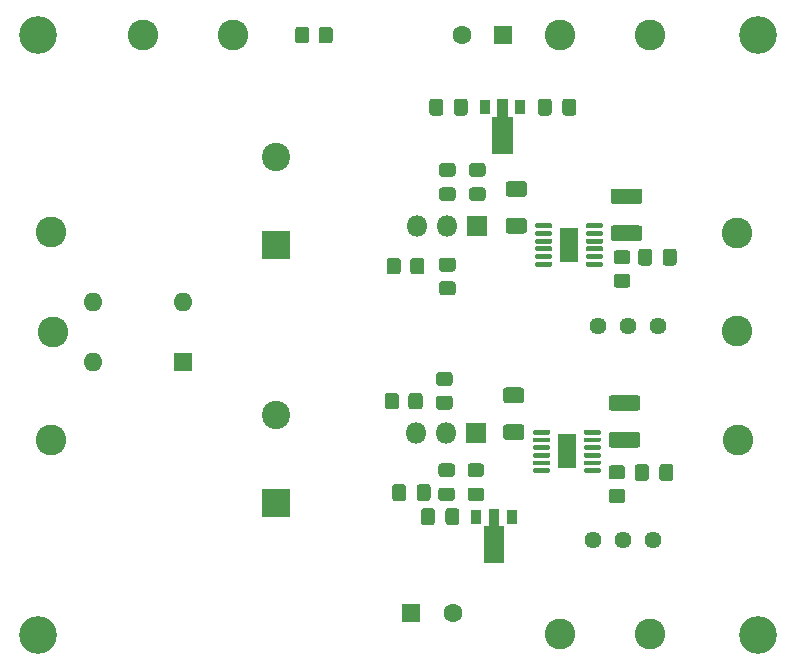
<source format=gbr>
G04 #@! TF.GenerationSoftware,KiCad,Pcbnew,(5.1.8-0-10_14)*
G04 #@! TF.CreationDate,2020-11-13T17:21:33+01:00*
G04 #@! TF.ProjectId,lv-lownoise-psu,6c762d6c-6f77-46e6-9f69-73652d707375,rev?*
G04 #@! TF.SameCoordinates,Original*
G04 #@! TF.FileFunction,Soldermask,Top*
G04 #@! TF.FilePolarity,Negative*
%FSLAX46Y46*%
G04 Gerber Fmt 4.6, Leading zero omitted, Abs format (unit mm)*
G04 Created by KiCad (PCBNEW (5.1.8-0-10_14)) date 2020-11-13 17:21:33*
%MOMM*%
%LPD*%
G01*
G04 APERTURE LIST*
%ADD10R,1.650000X2.850000*%
%ADD11C,1.600000*%
%ADD12R,1.600000X1.600000*%
%ADD13O,1.600000X1.600000*%
%ADD14C,2.400000*%
%ADD15R,2.400000X2.400000*%
%ADD16C,0.100000*%
%ADD17R,0.900000X1.300000*%
%ADD18C,2.600000*%
%ADD19C,1.440000*%
%ADD20O,1.800000X1.800000*%
%ADD21R,1.800000X1.800000*%
%ADD22C,3.200000*%
G04 APERTURE END LIST*
D10*
X129886600Y-68261900D03*
G36*
G01*
X131311600Y-66736900D02*
X131311600Y-66536900D01*
G75*
G02*
X131411600Y-66436900I100000J0D01*
G01*
X132661600Y-66436900D01*
G75*
G02*
X132761600Y-66536900I0J-100000D01*
G01*
X132761600Y-66736900D01*
G75*
G02*
X132661600Y-66836900I-100000J0D01*
G01*
X131411600Y-66836900D01*
G75*
G02*
X131311600Y-66736900I0J100000D01*
G01*
G37*
G36*
G01*
X131311600Y-67386900D02*
X131311600Y-67186900D01*
G75*
G02*
X131411600Y-67086900I100000J0D01*
G01*
X132661600Y-67086900D01*
G75*
G02*
X132761600Y-67186900I0J-100000D01*
G01*
X132761600Y-67386900D01*
G75*
G02*
X132661600Y-67486900I-100000J0D01*
G01*
X131411600Y-67486900D01*
G75*
G02*
X131311600Y-67386900I0J100000D01*
G01*
G37*
G36*
G01*
X131311600Y-68036900D02*
X131311600Y-67836900D01*
G75*
G02*
X131411600Y-67736900I100000J0D01*
G01*
X132661600Y-67736900D01*
G75*
G02*
X132761600Y-67836900I0J-100000D01*
G01*
X132761600Y-68036900D01*
G75*
G02*
X132661600Y-68136900I-100000J0D01*
G01*
X131411600Y-68136900D01*
G75*
G02*
X131311600Y-68036900I0J100000D01*
G01*
G37*
G36*
G01*
X131311600Y-68686900D02*
X131311600Y-68486900D01*
G75*
G02*
X131411600Y-68386900I100000J0D01*
G01*
X132661600Y-68386900D01*
G75*
G02*
X132761600Y-68486900I0J-100000D01*
G01*
X132761600Y-68686900D01*
G75*
G02*
X132661600Y-68786900I-100000J0D01*
G01*
X131411600Y-68786900D01*
G75*
G02*
X131311600Y-68686900I0J100000D01*
G01*
G37*
G36*
G01*
X131311600Y-69336900D02*
X131311600Y-69136900D01*
G75*
G02*
X131411600Y-69036900I100000J0D01*
G01*
X132661600Y-69036900D01*
G75*
G02*
X132761600Y-69136900I0J-100000D01*
G01*
X132761600Y-69336900D01*
G75*
G02*
X132661600Y-69436900I-100000J0D01*
G01*
X131411600Y-69436900D01*
G75*
G02*
X131311600Y-69336900I0J100000D01*
G01*
G37*
G36*
G01*
X131311600Y-69986900D02*
X131311600Y-69786900D01*
G75*
G02*
X131411600Y-69686900I100000J0D01*
G01*
X132661600Y-69686900D01*
G75*
G02*
X132761600Y-69786900I0J-100000D01*
G01*
X132761600Y-69986900D01*
G75*
G02*
X132661600Y-70086900I-100000J0D01*
G01*
X131411600Y-70086900D01*
G75*
G02*
X131311600Y-69986900I0J100000D01*
G01*
G37*
G36*
G01*
X127011600Y-69986900D02*
X127011600Y-69786900D01*
G75*
G02*
X127111600Y-69686900I100000J0D01*
G01*
X128361600Y-69686900D01*
G75*
G02*
X128461600Y-69786900I0J-100000D01*
G01*
X128461600Y-69986900D01*
G75*
G02*
X128361600Y-70086900I-100000J0D01*
G01*
X127111600Y-70086900D01*
G75*
G02*
X127011600Y-69986900I0J100000D01*
G01*
G37*
G36*
G01*
X127011600Y-69336900D02*
X127011600Y-69136900D01*
G75*
G02*
X127111600Y-69036900I100000J0D01*
G01*
X128361600Y-69036900D01*
G75*
G02*
X128461600Y-69136900I0J-100000D01*
G01*
X128461600Y-69336900D01*
G75*
G02*
X128361600Y-69436900I-100000J0D01*
G01*
X127111600Y-69436900D01*
G75*
G02*
X127011600Y-69336900I0J100000D01*
G01*
G37*
G36*
G01*
X127011600Y-68686900D02*
X127011600Y-68486900D01*
G75*
G02*
X127111600Y-68386900I100000J0D01*
G01*
X128361600Y-68386900D01*
G75*
G02*
X128461600Y-68486900I0J-100000D01*
G01*
X128461600Y-68686900D01*
G75*
G02*
X128361600Y-68786900I-100000J0D01*
G01*
X127111600Y-68786900D01*
G75*
G02*
X127011600Y-68686900I0J100000D01*
G01*
G37*
G36*
G01*
X127011600Y-68036900D02*
X127011600Y-67836900D01*
G75*
G02*
X127111600Y-67736900I100000J0D01*
G01*
X128361600Y-67736900D01*
G75*
G02*
X128461600Y-67836900I0J-100000D01*
G01*
X128461600Y-68036900D01*
G75*
G02*
X128361600Y-68136900I-100000J0D01*
G01*
X127111600Y-68136900D01*
G75*
G02*
X127011600Y-68036900I0J100000D01*
G01*
G37*
G36*
G01*
X127011600Y-67386900D02*
X127011600Y-67186900D01*
G75*
G02*
X127111600Y-67086900I100000J0D01*
G01*
X128361600Y-67086900D01*
G75*
G02*
X128461600Y-67186900I0J-100000D01*
G01*
X128461600Y-67386900D01*
G75*
G02*
X128361600Y-67486900I-100000J0D01*
G01*
X127111600Y-67486900D01*
G75*
G02*
X127011600Y-67386900I0J100000D01*
G01*
G37*
G36*
G01*
X127011600Y-66736900D02*
X127011600Y-66536900D01*
G75*
G02*
X127111600Y-66436900I100000J0D01*
G01*
X128361600Y-66436900D01*
G75*
G02*
X128461600Y-66536900I0J-100000D01*
G01*
X128461600Y-66736900D01*
G75*
G02*
X128361600Y-66836900I-100000J0D01*
G01*
X127111600Y-66836900D01*
G75*
G02*
X127011600Y-66736900I0J100000D01*
G01*
G37*
D11*
X120960000Y-33020000D03*
D12*
X124460000Y-33020000D03*
G36*
G01*
X121723999Y-71325000D02*
X122624001Y-71325000D01*
G75*
G02*
X122874000Y-71574999I0J-249999D01*
G01*
X122874000Y-72225001D01*
G75*
G02*
X122624001Y-72475000I-249999J0D01*
G01*
X121723999Y-72475000D01*
G75*
G02*
X121474000Y-72225001I0J249999D01*
G01*
X121474000Y-71574999D01*
G75*
G02*
X121723999Y-71325000I249999J0D01*
G01*
G37*
G36*
G01*
X121723999Y-69275000D02*
X122624001Y-69275000D01*
G75*
G02*
X122874000Y-69524999I0J-249999D01*
G01*
X122874000Y-70175001D01*
G75*
G02*
X122624001Y-70425000I-249999J0D01*
G01*
X121723999Y-70425000D01*
G75*
G02*
X121474000Y-70175001I0J249999D01*
G01*
X121474000Y-69524999D01*
G75*
G02*
X121723999Y-69275000I249999J0D01*
G01*
G37*
G36*
G01*
X119247499Y-71325000D02*
X120147501Y-71325000D01*
G75*
G02*
X120397500Y-71574999I0J-249999D01*
G01*
X120397500Y-72225001D01*
G75*
G02*
X120147501Y-72475000I-249999J0D01*
G01*
X119247499Y-72475000D01*
G75*
G02*
X118997500Y-72225001I0J249999D01*
G01*
X118997500Y-71574999D01*
G75*
G02*
X119247499Y-71325000I249999J0D01*
G01*
G37*
G36*
G01*
X119247499Y-69275000D02*
X120147501Y-69275000D01*
G75*
G02*
X120397500Y-69524999I0J-249999D01*
G01*
X120397500Y-70175001D01*
G75*
G02*
X120147501Y-70425000I-249999J0D01*
G01*
X119247499Y-70425000D01*
G75*
G02*
X118997500Y-70175001I0J249999D01*
G01*
X118997500Y-69524999D01*
G75*
G02*
X119247499Y-69275000I249999J0D01*
G01*
G37*
G36*
G01*
X121850999Y-45907000D02*
X122751001Y-45907000D01*
G75*
G02*
X123001000Y-46156999I0J-249999D01*
G01*
X123001000Y-46807001D01*
G75*
G02*
X122751001Y-47057000I-249999J0D01*
G01*
X121850999Y-47057000D01*
G75*
G02*
X121601000Y-46807001I0J249999D01*
G01*
X121601000Y-46156999D01*
G75*
G02*
X121850999Y-45907000I249999J0D01*
G01*
G37*
G36*
G01*
X121850999Y-43857000D02*
X122751001Y-43857000D01*
G75*
G02*
X123001000Y-44106999I0J-249999D01*
G01*
X123001000Y-44757001D01*
G75*
G02*
X122751001Y-45007000I-249999J0D01*
G01*
X121850999Y-45007000D01*
G75*
G02*
X121601000Y-44757001I0J249999D01*
G01*
X121601000Y-44106999D01*
G75*
G02*
X121850999Y-43857000I249999J0D01*
G01*
G37*
G36*
G01*
X119310999Y-45907000D02*
X120211001Y-45907000D01*
G75*
G02*
X120461000Y-46156999I0J-249999D01*
G01*
X120461000Y-46807001D01*
G75*
G02*
X120211001Y-47057000I-249999J0D01*
G01*
X119310999Y-47057000D01*
G75*
G02*
X119061000Y-46807001I0J249999D01*
G01*
X119061000Y-46156999D01*
G75*
G02*
X119310999Y-45907000I249999J0D01*
G01*
G37*
G36*
G01*
X119310999Y-43857000D02*
X120211001Y-43857000D01*
G75*
G02*
X120461000Y-44106999I0J-249999D01*
G01*
X120461000Y-44757001D01*
G75*
G02*
X120211001Y-45007000I-249999J0D01*
G01*
X119310999Y-45007000D01*
G75*
G02*
X119061000Y-44757001I0J249999D01*
G01*
X119061000Y-44106999D01*
G75*
G02*
X119310999Y-43857000I249999J0D01*
G01*
G37*
X97409000Y-60706000D03*
D13*
X89789000Y-55626000D03*
X97409000Y-55626000D03*
X89789000Y-60706000D03*
D11*
X120213000Y-81915000D03*
D12*
X116713000Y-81915000D03*
D14*
X105283000Y-65151000D03*
D15*
X105283000Y-72651000D03*
D14*
X105283000Y-43300000D03*
D15*
X105283000Y-50800000D03*
G36*
G01*
X115821000Y-52127999D02*
X115821000Y-53028001D01*
G75*
G02*
X115571001Y-53278000I-249999J0D01*
G01*
X114870999Y-53278000D01*
G75*
G02*
X114621000Y-53028001I0J249999D01*
G01*
X114621000Y-52127999D01*
G75*
G02*
X114870999Y-51878000I249999J0D01*
G01*
X115571001Y-51878000D01*
G75*
G02*
X115821000Y-52127999I0J-249999D01*
G01*
G37*
G36*
G01*
X117821000Y-52127999D02*
X117821000Y-53028001D01*
G75*
G02*
X117571001Y-53278000I-249999J0D01*
G01*
X116870999Y-53278000D01*
G75*
G02*
X116621000Y-53028001I0J249999D01*
G01*
X116621000Y-52127999D01*
G75*
G02*
X116870999Y-51878000I249999J0D01*
G01*
X117571001Y-51878000D01*
G75*
G02*
X117821000Y-52127999I0J-249999D01*
G01*
G37*
D16*
G36*
X122831500Y-77738000D02*
G01*
X122831500Y-74613000D01*
X123248000Y-74613000D01*
X123248000Y-73138000D01*
X124148000Y-73138000D01*
X124148000Y-74613000D01*
X124564500Y-74613000D01*
X124564500Y-77738000D01*
X122831500Y-77738000D01*
G37*
D17*
X122198000Y-73788000D03*
X125198000Y-73788000D03*
D16*
G36*
X123569500Y-43067000D02*
G01*
X123569500Y-39942000D01*
X123986000Y-39942000D01*
X123986000Y-38467000D01*
X124886000Y-38467000D01*
X124886000Y-39942000D01*
X125302500Y-39942000D01*
X125302500Y-43067000D01*
X123569500Y-43067000D01*
G37*
D17*
X122936000Y-39117000D03*
X125936000Y-39117000D03*
G36*
G01*
X108858000Y-33470001D02*
X108858000Y-32569999D01*
G75*
G02*
X109107999Y-32320000I249999J0D01*
G01*
X109808001Y-32320000D01*
G75*
G02*
X110058000Y-32569999I0J-249999D01*
G01*
X110058000Y-33470001D01*
G75*
G02*
X109808001Y-33720000I-249999J0D01*
G01*
X109107999Y-33720000D01*
G75*
G02*
X108858000Y-33470001I0J249999D01*
G01*
G37*
G36*
G01*
X106858000Y-33470001D02*
X106858000Y-32569999D01*
G75*
G02*
X107107999Y-32320000I249999J0D01*
G01*
X107808001Y-32320000D01*
G75*
G02*
X108058000Y-32569999I0J-249999D01*
G01*
X108058000Y-33470001D01*
G75*
G02*
X107808001Y-33720000I-249999J0D01*
G01*
X107107999Y-33720000D01*
G75*
G02*
X106858000Y-33470001I0J249999D01*
G01*
G37*
D18*
X129286000Y-83693000D03*
X136906000Y-83693000D03*
X136906000Y-33020000D03*
X129286000Y-33020000D03*
X93980000Y-33020000D03*
X101600000Y-33020000D03*
G36*
G01*
X119597500Y-74262000D02*
X119597500Y-73312000D01*
G75*
G02*
X119847500Y-73062000I250000J0D01*
G01*
X120522500Y-73062000D01*
G75*
G02*
X120772500Y-73312000I0J-250000D01*
G01*
X120772500Y-74262000D01*
G75*
G02*
X120522500Y-74512000I-250000J0D01*
G01*
X119847500Y-74512000D01*
G75*
G02*
X119597500Y-74262000I0J250000D01*
G01*
G37*
G36*
G01*
X117522500Y-74262000D02*
X117522500Y-73312000D01*
G75*
G02*
X117772500Y-73062000I250000J0D01*
G01*
X118447500Y-73062000D01*
G75*
G02*
X118697500Y-73312000I0J-250000D01*
G01*
X118697500Y-74262000D01*
G75*
G02*
X118447500Y-74512000I-250000J0D01*
G01*
X117772500Y-74512000D01*
G75*
G02*
X117522500Y-74262000I0J250000D01*
G01*
G37*
G36*
G01*
X129503500Y-39591000D02*
X129503500Y-38641000D01*
G75*
G02*
X129753500Y-38391000I250000J0D01*
G01*
X130428500Y-38391000D01*
G75*
G02*
X130678500Y-38641000I0J-250000D01*
G01*
X130678500Y-39591000D01*
G75*
G02*
X130428500Y-39841000I-250000J0D01*
G01*
X129753500Y-39841000D01*
G75*
G02*
X129503500Y-39591000I0J250000D01*
G01*
G37*
G36*
G01*
X127428500Y-39591000D02*
X127428500Y-38641000D01*
G75*
G02*
X127678500Y-38391000I250000J0D01*
G01*
X128353500Y-38391000D01*
G75*
G02*
X128603500Y-38641000I0J-250000D01*
G01*
X128603500Y-39591000D01*
G75*
G02*
X128353500Y-39841000I-250000J0D01*
G01*
X127678500Y-39841000D01*
G75*
G02*
X127428500Y-39591000I0J250000D01*
G01*
G37*
G36*
G01*
X117163000Y-72230000D02*
X117163000Y-71280000D01*
G75*
G02*
X117413000Y-71030000I250000J0D01*
G01*
X118088000Y-71030000D01*
G75*
G02*
X118338000Y-71280000I0J-250000D01*
G01*
X118338000Y-72230000D01*
G75*
G02*
X118088000Y-72480000I-250000J0D01*
G01*
X117413000Y-72480000D01*
G75*
G02*
X117163000Y-72230000I0J250000D01*
G01*
G37*
G36*
G01*
X115088000Y-72230000D02*
X115088000Y-71280000D01*
G75*
G02*
X115338000Y-71030000I250000J0D01*
G01*
X116013000Y-71030000D01*
G75*
G02*
X116263000Y-71280000I0J-250000D01*
G01*
X116263000Y-72230000D01*
G75*
G02*
X116013000Y-72480000I-250000J0D01*
G01*
X115338000Y-72480000D01*
G75*
G02*
X115088000Y-72230000I0J250000D01*
G01*
G37*
G36*
G01*
X119416500Y-38641000D02*
X119416500Y-39591000D01*
G75*
G02*
X119166500Y-39841000I-250000J0D01*
G01*
X118491500Y-39841000D01*
G75*
G02*
X118241500Y-39591000I0J250000D01*
G01*
X118241500Y-38641000D01*
G75*
G02*
X118491500Y-38391000I250000J0D01*
G01*
X119166500Y-38391000D01*
G75*
G02*
X119416500Y-38641000I0J-250000D01*
G01*
G37*
G36*
G01*
X121491500Y-38641000D02*
X121491500Y-39591000D01*
G75*
G02*
X121241500Y-39841000I-250000J0D01*
G01*
X120566500Y-39841000D01*
G75*
G02*
X120316500Y-39591000I0J250000D01*
G01*
X120316500Y-38641000D01*
G75*
G02*
X120566500Y-38391000I250000J0D01*
G01*
X121241500Y-38391000D01*
G75*
G02*
X121491500Y-38641000I0J-250000D01*
G01*
G37*
D19*
X132118100Y-75793600D03*
X134658100Y-75793600D03*
X137198100Y-75793600D03*
G36*
G01*
X134562001Y-70640500D02*
X133661999Y-70640500D01*
G75*
G02*
X133412000Y-70390501I0J249999D01*
G01*
X133412000Y-69690499D01*
G75*
G02*
X133661999Y-69440500I249999J0D01*
G01*
X134562001Y-69440500D01*
G75*
G02*
X134812000Y-69690499I0J-249999D01*
G01*
X134812000Y-70390501D01*
G75*
G02*
X134562001Y-70640500I-249999J0D01*
G01*
G37*
G36*
G01*
X134562001Y-72640500D02*
X133661999Y-72640500D01*
G75*
G02*
X133412000Y-72390501I0J249999D01*
G01*
X133412000Y-71690499D01*
G75*
G02*
X133661999Y-71440500I249999J0D01*
G01*
X134562001Y-71440500D01*
G75*
G02*
X134812000Y-71690499I0J-249999D01*
G01*
X134812000Y-72390501D01*
G75*
G02*
X134562001Y-72640500I-249999J0D01*
G01*
G37*
G36*
G01*
X133659697Y-66622500D02*
X135859703Y-66622500D01*
G75*
G02*
X136109700Y-66872497I0J-249997D01*
G01*
X136109700Y-67697503D01*
G75*
G02*
X135859703Y-67947500I-249997J0D01*
G01*
X133659697Y-67947500D01*
G75*
G02*
X133409700Y-67697503I0J249997D01*
G01*
X133409700Y-66872497D01*
G75*
G02*
X133659697Y-66622500I249997J0D01*
G01*
G37*
G36*
G01*
X133659697Y-63497500D02*
X135859703Y-63497500D01*
G75*
G02*
X136109700Y-63747497I0J-249997D01*
G01*
X136109700Y-64572503D01*
G75*
G02*
X135859703Y-64822500I-249997J0D01*
G01*
X133659697Y-64822500D01*
G75*
G02*
X133409700Y-64572503I0J249997D01*
G01*
X133409700Y-63747497D01*
G75*
G02*
X133659697Y-63497500I249997J0D01*
G01*
G37*
G36*
G01*
X136811600Y-69578200D02*
X136811600Y-70528200D01*
G75*
G02*
X136561600Y-70778200I-250000J0D01*
G01*
X135886600Y-70778200D01*
G75*
G02*
X135636600Y-70528200I0J250000D01*
G01*
X135636600Y-69578200D01*
G75*
G02*
X135886600Y-69328200I250000J0D01*
G01*
X136561600Y-69328200D01*
G75*
G02*
X136811600Y-69578200I0J-250000D01*
G01*
G37*
G36*
G01*
X138886600Y-69578200D02*
X138886600Y-70528200D01*
G75*
G02*
X138636600Y-70778200I-250000J0D01*
G01*
X137961600Y-70778200D01*
G75*
G02*
X137711600Y-70528200I0J250000D01*
G01*
X137711600Y-69578200D01*
G75*
G02*
X137961600Y-69328200I250000J0D01*
G01*
X138636600Y-69328200D01*
G75*
G02*
X138886600Y-69578200I0J-250000D01*
G01*
G37*
G36*
G01*
X124724397Y-65974400D02*
X126024403Y-65974400D01*
G75*
G02*
X126274400Y-66224397I0J-249997D01*
G01*
X126274400Y-67049403D01*
G75*
G02*
X126024403Y-67299400I-249997J0D01*
G01*
X124724397Y-67299400D01*
G75*
G02*
X124474400Y-67049403I0J249997D01*
G01*
X124474400Y-66224397D01*
G75*
G02*
X124724397Y-65974400I249997J0D01*
G01*
G37*
G36*
G01*
X124724397Y-62849400D02*
X126024403Y-62849400D01*
G75*
G02*
X126274400Y-63099397I0J-249997D01*
G01*
X126274400Y-63924403D01*
G75*
G02*
X126024403Y-64174400I-249997J0D01*
G01*
X124724397Y-64174400D01*
G75*
G02*
X124474400Y-63924403I0J249997D01*
G01*
X124474400Y-63099397D01*
G75*
G02*
X124724397Y-62849400I249997J0D01*
G01*
G37*
D10*
X130064400Y-50787900D03*
G36*
G01*
X131489400Y-49262900D02*
X131489400Y-49062900D01*
G75*
G02*
X131589400Y-48962900I100000J0D01*
G01*
X132839400Y-48962900D01*
G75*
G02*
X132939400Y-49062900I0J-100000D01*
G01*
X132939400Y-49262900D01*
G75*
G02*
X132839400Y-49362900I-100000J0D01*
G01*
X131589400Y-49362900D01*
G75*
G02*
X131489400Y-49262900I0J100000D01*
G01*
G37*
G36*
G01*
X131489400Y-49912900D02*
X131489400Y-49712900D01*
G75*
G02*
X131589400Y-49612900I100000J0D01*
G01*
X132839400Y-49612900D01*
G75*
G02*
X132939400Y-49712900I0J-100000D01*
G01*
X132939400Y-49912900D01*
G75*
G02*
X132839400Y-50012900I-100000J0D01*
G01*
X131589400Y-50012900D01*
G75*
G02*
X131489400Y-49912900I0J100000D01*
G01*
G37*
G36*
G01*
X131489400Y-50562900D02*
X131489400Y-50362900D01*
G75*
G02*
X131589400Y-50262900I100000J0D01*
G01*
X132839400Y-50262900D01*
G75*
G02*
X132939400Y-50362900I0J-100000D01*
G01*
X132939400Y-50562900D01*
G75*
G02*
X132839400Y-50662900I-100000J0D01*
G01*
X131589400Y-50662900D01*
G75*
G02*
X131489400Y-50562900I0J100000D01*
G01*
G37*
G36*
G01*
X131489400Y-51212900D02*
X131489400Y-51012900D01*
G75*
G02*
X131589400Y-50912900I100000J0D01*
G01*
X132839400Y-50912900D01*
G75*
G02*
X132939400Y-51012900I0J-100000D01*
G01*
X132939400Y-51212900D01*
G75*
G02*
X132839400Y-51312900I-100000J0D01*
G01*
X131589400Y-51312900D01*
G75*
G02*
X131489400Y-51212900I0J100000D01*
G01*
G37*
G36*
G01*
X131489400Y-51862900D02*
X131489400Y-51662900D01*
G75*
G02*
X131589400Y-51562900I100000J0D01*
G01*
X132839400Y-51562900D01*
G75*
G02*
X132939400Y-51662900I0J-100000D01*
G01*
X132939400Y-51862900D01*
G75*
G02*
X132839400Y-51962900I-100000J0D01*
G01*
X131589400Y-51962900D01*
G75*
G02*
X131489400Y-51862900I0J100000D01*
G01*
G37*
G36*
G01*
X131489400Y-52512900D02*
X131489400Y-52312900D01*
G75*
G02*
X131589400Y-52212900I100000J0D01*
G01*
X132839400Y-52212900D01*
G75*
G02*
X132939400Y-52312900I0J-100000D01*
G01*
X132939400Y-52512900D01*
G75*
G02*
X132839400Y-52612900I-100000J0D01*
G01*
X131589400Y-52612900D01*
G75*
G02*
X131489400Y-52512900I0J100000D01*
G01*
G37*
G36*
G01*
X127189400Y-52512900D02*
X127189400Y-52312900D01*
G75*
G02*
X127289400Y-52212900I100000J0D01*
G01*
X128539400Y-52212900D01*
G75*
G02*
X128639400Y-52312900I0J-100000D01*
G01*
X128639400Y-52512900D01*
G75*
G02*
X128539400Y-52612900I-100000J0D01*
G01*
X127289400Y-52612900D01*
G75*
G02*
X127189400Y-52512900I0J100000D01*
G01*
G37*
G36*
G01*
X127189400Y-51862900D02*
X127189400Y-51662900D01*
G75*
G02*
X127289400Y-51562900I100000J0D01*
G01*
X128539400Y-51562900D01*
G75*
G02*
X128639400Y-51662900I0J-100000D01*
G01*
X128639400Y-51862900D01*
G75*
G02*
X128539400Y-51962900I-100000J0D01*
G01*
X127289400Y-51962900D01*
G75*
G02*
X127189400Y-51862900I0J100000D01*
G01*
G37*
G36*
G01*
X127189400Y-51212900D02*
X127189400Y-51012900D01*
G75*
G02*
X127289400Y-50912900I100000J0D01*
G01*
X128539400Y-50912900D01*
G75*
G02*
X128639400Y-51012900I0J-100000D01*
G01*
X128639400Y-51212900D01*
G75*
G02*
X128539400Y-51312900I-100000J0D01*
G01*
X127289400Y-51312900D01*
G75*
G02*
X127189400Y-51212900I0J100000D01*
G01*
G37*
G36*
G01*
X127189400Y-50562900D02*
X127189400Y-50362900D01*
G75*
G02*
X127289400Y-50262900I100000J0D01*
G01*
X128539400Y-50262900D01*
G75*
G02*
X128639400Y-50362900I0J-100000D01*
G01*
X128639400Y-50562900D01*
G75*
G02*
X128539400Y-50662900I-100000J0D01*
G01*
X127289400Y-50662900D01*
G75*
G02*
X127189400Y-50562900I0J100000D01*
G01*
G37*
G36*
G01*
X127189400Y-49912900D02*
X127189400Y-49712900D01*
G75*
G02*
X127289400Y-49612900I100000J0D01*
G01*
X128539400Y-49612900D01*
G75*
G02*
X128639400Y-49712900I0J-100000D01*
G01*
X128639400Y-49912900D01*
G75*
G02*
X128539400Y-50012900I-100000J0D01*
G01*
X127289400Y-50012900D01*
G75*
G02*
X127189400Y-49912900I0J100000D01*
G01*
G37*
G36*
G01*
X127189400Y-49262900D02*
X127189400Y-49062900D01*
G75*
G02*
X127289400Y-48962900I100000J0D01*
G01*
X128539400Y-48962900D01*
G75*
G02*
X128639400Y-49062900I0J-100000D01*
G01*
X128639400Y-49262900D01*
G75*
G02*
X128539400Y-49362900I-100000J0D01*
G01*
X127289400Y-49362900D01*
G75*
G02*
X127189400Y-49262900I0J100000D01*
G01*
G37*
G36*
G01*
X136024803Y-47334200D02*
X133824797Y-47334200D01*
G75*
G02*
X133574800Y-47084203I0J249997D01*
G01*
X133574800Y-46259197D01*
G75*
G02*
X133824797Y-46009200I249997J0D01*
G01*
X136024803Y-46009200D01*
G75*
G02*
X136274800Y-46259197I0J-249997D01*
G01*
X136274800Y-47084203D01*
G75*
G02*
X136024803Y-47334200I-249997J0D01*
G01*
G37*
G36*
G01*
X136024803Y-50459200D02*
X133824797Y-50459200D01*
G75*
G02*
X133574800Y-50209203I0J249997D01*
G01*
X133574800Y-49384197D01*
G75*
G02*
X133824797Y-49134200I249997J0D01*
G01*
X136024803Y-49134200D01*
G75*
G02*
X136274800Y-49384197I0J-249997D01*
G01*
X136274800Y-50209203D01*
G75*
G02*
X136024803Y-50459200I-249997J0D01*
G01*
G37*
G36*
G01*
X137991000Y-52291000D02*
X137991000Y-51341000D01*
G75*
G02*
X138241000Y-51091000I250000J0D01*
G01*
X138916000Y-51091000D01*
G75*
G02*
X139166000Y-51341000I0J-250000D01*
G01*
X139166000Y-52291000D01*
G75*
G02*
X138916000Y-52541000I-250000J0D01*
G01*
X138241000Y-52541000D01*
G75*
G02*
X137991000Y-52291000I0J250000D01*
G01*
G37*
G36*
G01*
X135916000Y-52291000D02*
X135916000Y-51341000D01*
G75*
G02*
X136166000Y-51091000I250000J0D01*
G01*
X136841000Y-51091000D01*
G75*
G02*
X137091000Y-51341000I0J-250000D01*
G01*
X137091000Y-52291000D01*
G75*
G02*
X136841000Y-52541000I-250000J0D01*
G01*
X136166000Y-52541000D01*
G75*
G02*
X135916000Y-52291000I0J250000D01*
G01*
G37*
G36*
G01*
X126253003Y-46699600D02*
X124952997Y-46699600D01*
G75*
G02*
X124703000Y-46449603I0J249997D01*
G01*
X124703000Y-45624597D01*
G75*
G02*
X124952997Y-45374600I249997J0D01*
G01*
X126253003Y-45374600D01*
G75*
G02*
X126503000Y-45624597I0J-249997D01*
G01*
X126503000Y-46449603D01*
G75*
G02*
X126253003Y-46699600I-249997J0D01*
G01*
G37*
G36*
G01*
X126253003Y-49824600D02*
X124952997Y-49824600D01*
G75*
G02*
X124703000Y-49574603I0J249997D01*
G01*
X124703000Y-48749597D01*
G75*
G02*
X124952997Y-48499600I249997J0D01*
G01*
X126253003Y-48499600D01*
G75*
G02*
X126503000Y-48749597I0J-249997D01*
G01*
X126503000Y-49574603D01*
G75*
G02*
X126253003Y-49824600I-249997J0D01*
G01*
G37*
G36*
G01*
X119056999Y-63535000D02*
X119957001Y-63535000D01*
G75*
G02*
X120207000Y-63784999I0J-249999D01*
G01*
X120207000Y-64485001D01*
G75*
G02*
X119957001Y-64735000I-249999J0D01*
G01*
X119056999Y-64735000D01*
G75*
G02*
X118807000Y-64485001I0J249999D01*
G01*
X118807000Y-63784999D01*
G75*
G02*
X119056999Y-63535000I249999J0D01*
G01*
G37*
G36*
G01*
X119056999Y-61535000D02*
X119957001Y-61535000D01*
G75*
G02*
X120207000Y-61784999I0J-249999D01*
G01*
X120207000Y-62485001D01*
G75*
G02*
X119957001Y-62735000I-249999J0D01*
G01*
X119056999Y-62735000D01*
G75*
G02*
X118807000Y-62485001I0J249999D01*
G01*
X118807000Y-61784999D01*
G75*
G02*
X119056999Y-61535000I249999J0D01*
G01*
G37*
G36*
G01*
X116462000Y-64458001D02*
X116462000Y-63557999D01*
G75*
G02*
X116711999Y-63308000I249999J0D01*
G01*
X117412001Y-63308000D01*
G75*
G02*
X117662000Y-63557999I0J-249999D01*
G01*
X117662000Y-64458001D01*
G75*
G02*
X117412001Y-64708000I-249999J0D01*
G01*
X116711999Y-64708000D01*
G75*
G02*
X116462000Y-64458001I0J249999D01*
G01*
G37*
G36*
G01*
X114462000Y-64458001D02*
X114462000Y-63557999D01*
G75*
G02*
X114711999Y-63308000I249999J0D01*
G01*
X115412001Y-63308000D01*
G75*
G02*
X115662000Y-63557999I0J-249999D01*
G01*
X115662000Y-64458001D01*
G75*
G02*
X115412001Y-64708000I-249999J0D01*
G01*
X114711999Y-64708000D01*
G75*
G02*
X114462000Y-64458001I0J249999D01*
G01*
G37*
G36*
G01*
X119310999Y-53851000D02*
X120211001Y-53851000D01*
G75*
G02*
X120461000Y-54100999I0J-249999D01*
G01*
X120461000Y-54801001D01*
G75*
G02*
X120211001Y-55051000I-249999J0D01*
G01*
X119310999Y-55051000D01*
G75*
G02*
X119061000Y-54801001I0J249999D01*
G01*
X119061000Y-54100999D01*
G75*
G02*
X119310999Y-53851000I249999J0D01*
G01*
G37*
G36*
G01*
X119310999Y-51851000D02*
X120211001Y-51851000D01*
G75*
G02*
X120461000Y-52100999I0J-249999D01*
G01*
X120461000Y-52801001D01*
G75*
G02*
X120211001Y-53051000I-249999J0D01*
G01*
X119310999Y-53051000D01*
G75*
G02*
X119061000Y-52801001I0J249999D01*
G01*
X119061000Y-52100999D01*
G75*
G02*
X119310999Y-51851000I249999J0D01*
G01*
G37*
D20*
X117094000Y-66675000D03*
X119634000Y-66675000D03*
D21*
X122174000Y-66675000D03*
D20*
X117221000Y-49149000D03*
X119761000Y-49149000D03*
D21*
X122301000Y-49149000D03*
D19*
X132486400Y-57619900D03*
X135026400Y-57619900D03*
X137566400Y-57619900D03*
G36*
G01*
X134106499Y-53216000D02*
X135006501Y-53216000D01*
G75*
G02*
X135256500Y-53465999I0J-249999D01*
G01*
X135256500Y-54166001D01*
G75*
G02*
X135006501Y-54416000I-249999J0D01*
G01*
X134106499Y-54416000D01*
G75*
G02*
X133856500Y-54166001I0J249999D01*
G01*
X133856500Y-53465999D01*
G75*
G02*
X134106499Y-53216000I249999J0D01*
G01*
G37*
G36*
G01*
X134106499Y-51216000D02*
X135006501Y-51216000D01*
G75*
G02*
X135256500Y-51465999I0J-249999D01*
G01*
X135256500Y-52166001D01*
G75*
G02*
X135006501Y-52416000I-249999J0D01*
G01*
X134106499Y-52416000D01*
G75*
G02*
X133856500Y-52166001I0J249999D01*
G01*
X133856500Y-51465999D01*
G75*
G02*
X134106499Y-51216000I249999J0D01*
G01*
G37*
D18*
X144373600Y-67310000D03*
X144322800Y-58064400D03*
X144322800Y-49784000D03*
X86233000Y-49657000D03*
X86360000Y-58166000D03*
X86233000Y-67310000D03*
D22*
X146050000Y-33020000D03*
X146050000Y-83820000D03*
X85090000Y-83820000D03*
X85090000Y-33020000D03*
M02*

</source>
